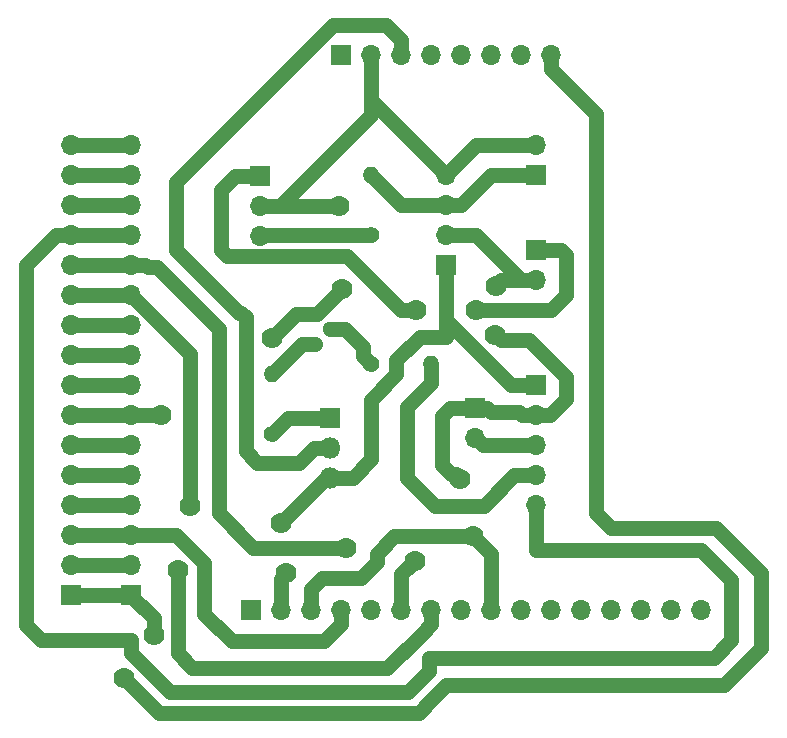
<source format=gbr>
G04 #@! TF.GenerationSoftware,KiCad,Pcbnew,5.0.0-fee4fd1~65~ubuntu17.10.1*
G04 #@! TF.CreationDate,2019-07-02T16:19:39-04:00*
G04 #@! TF.ProjectId,knuth-gateway,6B6E7574682D676174657761792E6B69,rev?*
G04 #@! TF.SameCoordinates,Original*
G04 #@! TF.FileFunction,Copper,L2,Bot,Signal*
G04 #@! TF.FilePolarity,Positive*
%FSLAX46Y46*%
G04 Gerber Fmt 4.6, Leading zero omitted, Abs format (unit mm)*
G04 Created by KiCad (PCBNEW 5.0.0-fee4fd1~65~ubuntu17.10.1) date Tue Jul  2 16:19:39 2019*
%MOMM*%
%LPD*%
G01*
G04 APERTURE LIST*
G04 #@! TA.AperFunction,ComponentPad*
%ADD10R,1.700000X1.700000*%
G04 #@! TD*
G04 #@! TA.AperFunction,ComponentPad*
%ADD11O,1.700000X1.700000*%
G04 #@! TD*
G04 #@! TA.AperFunction,ComponentPad*
%ADD12C,1.400000*%
G04 #@! TD*
G04 #@! TA.AperFunction,ComponentPad*
%ADD13O,1.400000X1.400000*%
G04 #@! TD*
G04 #@! TA.AperFunction,ComponentPad*
%ADD14C,1.300000*%
G04 #@! TD*
G04 #@! TA.AperFunction,ComponentPad*
%ADD15R,1.300000X1.300000*%
G04 #@! TD*
G04 #@! TA.AperFunction,ComponentPad*
%ADD16O,1.800000X1.800000*%
G04 #@! TD*
G04 #@! TA.AperFunction,ComponentPad*
%ADD17R,1.800000X1.800000*%
G04 #@! TD*
G04 #@! TA.AperFunction,ViaPad*
%ADD18C,1.778000*%
G04 #@! TD*
G04 #@! TA.AperFunction,Conductor*
%ADD19C,1.270000*%
G04 #@! TD*
G04 APERTURE END LIST*
D10*
G04 #@! TO.P,J_DC_6.5V+_IN1,1*
G04 #@! TO.N,Net-(J_DC_6.5V+_IN1-Pad1)*
X254000000Y-77470000D03*
D11*
G04 #@! TO.P,J_DC_6.5V+_IN1,2*
G04 #@! TO.N,GND*
X254000000Y-80010000D03*
G04 #@! TD*
G04 #@! TO.P,J_DC_6V_IN1,2*
G04 #@! TO.N,GND*
X254000000Y-68580000D03*
D10*
G04 #@! TO.P,J_DC_6V_IN1,1*
G04 #@! TO.N,Net-(J_DC_6V_IN1-Pad1)*
X254000000Y-71120000D03*
G04 #@! TD*
D12*
G04 #@! TO.P,R1,1*
G04 #@! TO.N,Net-(Q2-Pad1)*
X231590000Y-93050000D03*
D13*
G04 #@! TO.P,R1,2*
G04 #@! TO.N,Net-(Q1-Pad3)*
X231590000Y-87970000D03*
G04 #@! TD*
D12*
G04 #@! TO.P,R2,1*
G04 #@! TO.N,Net-(R2-Pad1)*
X240030000Y-76200000D03*
D13*
G04 #@! TO.P,R2,2*
G04 #@! TO.N,Net-(J_DC_6V_IN1-Pad1)*
X240030000Y-71120000D03*
G04 #@! TD*
G04 #@! TO.P,R3,2*
G04 #@! TO.N,Net-(R3-Pad2)*
X245080000Y-87080000D03*
D12*
G04 #@! TO.P,R3,1*
G04 #@! TO.N,Net-(Q1-Pad2)*
X240000000Y-87080000D03*
G04 #@! TD*
D10*
G04 #@! TO.P,R_Delay1,1*
G04 #@! TO.N,GND*
X248820000Y-90800000D03*
D11*
G04 #@! TO.P,R_Delay1,2*
G04 #@! TO.N,Net-(R_Delay1-Pad2)*
X248820000Y-93340000D03*
G04 #@! TD*
D10*
G04 #@! TO.P,U1,1*
G04 #@! TO.N,N/C*
X229870000Y-107950000D03*
D11*
G04 #@! TO.P,U1,2*
G04 #@! TO.N,+BATT*
X232410000Y-107950000D03*
G04 #@! TO.P,U1,3*
G04 #@! TO.N,GND*
X234950000Y-107950000D03*
G04 #@! TO.P,U1,4*
G04 #@! TO.N,Net-(J1-Pad3)*
X237490000Y-107950000D03*
G04 #@! TO.P,U1,5*
G04 #@! TO.N,N/C*
X240030000Y-107950000D03*
G04 #@! TO.P,U1,6*
G04 #@! TO.N,Net-(J1-Pad12)*
X242570000Y-107950000D03*
G04 #@! TO.P,U1,7*
G04 #@! TO.N,Net-(J1-Pad11)*
X245110000Y-107950000D03*
G04 #@! TO.P,U1,8*
G04 #@! TO.N,N/C*
X247650000Y-107950000D03*
G04 #@! TO.P,U1,9*
G04 #@! TO.N,GND*
X250190000Y-107950000D03*
G04 #@! TO.P,U1,10*
G04 #@! TO.N,N/C*
X252730000Y-107950000D03*
G04 #@! TO.P,U1,11*
X255270000Y-107950000D03*
G04 #@! TO.P,U1,12*
X257810000Y-107950000D03*
G04 #@! TO.P,U1,13*
X260350000Y-107950000D03*
G04 #@! TO.P,U1,14*
X262890000Y-107950000D03*
G04 #@! TO.P,U1,15*
X265430000Y-107950000D03*
G04 #@! TO.P,U1,16*
X267970000Y-107950000D03*
G04 #@! TD*
G04 #@! TO.P,U2,16*
G04 #@! TO.N,Net-(J1-Pad16)*
X219710000Y-68580000D03*
G04 #@! TO.P,U2,15*
G04 #@! TO.N,Net-(J1-Pad15)*
X219710000Y-71120000D03*
G04 #@! TO.P,U2,14*
G04 #@! TO.N,Net-(J1-Pad14)*
X219710000Y-73660000D03*
G04 #@! TO.P,U2,13*
G04 #@! TO.N,Net-(J1-Pad13)*
X219710000Y-76200000D03*
G04 #@! TO.P,U2,12*
G04 #@! TO.N,Net-(J1-Pad12)*
X219710000Y-78740000D03*
G04 #@! TO.P,U2,11*
G04 #@! TO.N,Net-(J1-Pad11)*
X219710000Y-81280000D03*
G04 #@! TO.P,U2,10*
G04 #@! TO.N,Net-(J1-Pad10)*
X219710000Y-83820000D03*
G04 #@! TO.P,U2,9*
G04 #@! TO.N,Net-(J1-Pad9)*
X219710000Y-86360000D03*
G04 #@! TO.P,U2,8*
G04 #@! TO.N,Net-(J1-Pad8)*
X219710000Y-88900000D03*
G04 #@! TO.P,U2,7*
G04 #@! TO.N,GND*
X219710000Y-91440000D03*
G04 #@! TO.P,U2,6*
G04 #@! TO.N,Net-(J1-Pad6)*
X219710000Y-93980000D03*
G04 #@! TO.P,U2,5*
G04 #@! TO.N,Net-(J1-Pad5)*
X219710000Y-96520000D03*
G04 #@! TO.P,U2,4*
G04 #@! TO.N,Net-(J1-Pad4)*
X219710000Y-99060000D03*
G04 #@! TO.P,U2,3*
G04 #@! TO.N,Net-(J1-Pad3)*
X219710000Y-101600000D03*
G04 #@! TO.P,U2,2*
G04 #@! TO.N,Net-(J1-Pad2)*
X219710000Y-104140000D03*
D10*
G04 #@! TO.P,U2,1*
G04 #@! TO.N,Net-(J1-Pad1)*
X219710000Y-106680000D03*
G04 #@! TD*
G04 #@! TO.P,U3,1*
G04 #@! TO.N,Net-(J_DC_6.5V+_IN1-Pad1)*
X230596529Y-71205865D03*
D11*
G04 #@! TO.P,U3,2*
G04 #@! TO.N,GND*
X230596529Y-73745865D03*
G04 #@! TO.P,U3,3*
G04 #@! TO.N,Net-(R2-Pad1)*
X230596529Y-76285865D03*
G04 #@! TD*
D10*
G04 #@! TO.P,U4,1*
G04 #@! TO.N,+BATT*
X254000000Y-88900000D03*
D11*
G04 #@! TO.P,U4,2*
G04 #@! TO.N,GND*
X254000000Y-91440000D03*
G04 #@! TO.P,U4,3*
G04 #@! TO.N,Net-(R_Delay1-Pad2)*
X254000000Y-93980000D03*
G04 #@! TO.P,U4,4*
G04 #@! TO.N,Net-(R3-Pad2)*
X254000000Y-96520000D03*
G04 #@! TO.P,U4,5*
G04 #@! TO.N,Net-(J1-Pad13)*
X254000000Y-99060000D03*
G04 #@! TD*
D10*
G04 #@! TO.P,U5,1*
G04 #@! TO.N,+BATT*
X246380000Y-78740000D03*
D11*
G04 #@! TO.P,U5,2*
G04 #@! TO.N,GND*
X246380000Y-76200000D03*
G04 #@! TO.P,U5,3*
G04 #@! TO.N,Net-(J_DC_6V_IN1-Pad1)*
X246380000Y-73660000D03*
G04 #@! TO.P,U5,4*
G04 #@! TO.N,GND*
X246380000Y-71120000D03*
G04 #@! TD*
D10*
G04 #@! TO.P,U7,1*
G04 #@! TO.N,N/C*
X237490000Y-60960000D03*
D11*
G04 #@! TO.P,U7,2*
G04 #@! TO.N,GND*
X240030000Y-60960000D03*
G04 #@! TO.P,U7,3*
G04 #@! TO.N,Net-(Q2-Pad2)*
X242570000Y-60960000D03*
G04 #@! TO.P,U7,4*
G04 #@! TO.N,N/C*
X245110000Y-60960000D03*
G04 #@! TO.P,U7,5*
X247650000Y-60960000D03*
G04 #@! TO.P,U7,6*
X250190000Y-60960000D03*
G04 #@! TO.P,U7,7*
X252730000Y-60960000D03*
G04 #@! TO.P,U7,8*
G04 #@! TO.N,Net-(J1-Pad1)*
X255270000Y-60960000D03*
G04 #@! TD*
D14*
G04 #@! TO.P,Q1,2*
G04 #@! TO.N,Net-(Q1-Pad2)*
X236500000Y-84120000D03*
G04 #@! TO.P,Q1,3*
G04 #@! TO.N,Net-(Q1-Pad3)*
X235230000Y-85390000D03*
D15*
G04 #@! TO.P,Q1,1*
G04 #@! TO.N,GND*
X235230000Y-82850000D03*
G04 #@! TD*
D10*
G04 #@! TO.P,J1,1*
G04 #@! TO.N,Net-(J1-Pad1)*
X214630000Y-106680000D03*
D11*
G04 #@! TO.P,J1,2*
G04 #@! TO.N,Net-(J1-Pad2)*
X214630000Y-104140000D03*
G04 #@! TO.P,J1,3*
G04 #@! TO.N,Net-(J1-Pad3)*
X214630000Y-101600000D03*
G04 #@! TO.P,J1,4*
G04 #@! TO.N,Net-(J1-Pad4)*
X214630000Y-99060000D03*
G04 #@! TO.P,J1,5*
G04 #@! TO.N,Net-(J1-Pad5)*
X214630000Y-96520000D03*
G04 #@! TO.P,J1,6*
G04 #@! TO.N,Net-(J1-Pad6)*
X214630000Y-93980000D03*
G04 #@! TO.P,J1,7*
G04 #@! TO.N,GND*
X214630000Y-91440000D03*
G04 #@! TO.P,J1,8*
G04 #@! TO.N,Net-(J1-Pad8)*
X214630000Y-88900000D03*
G04 #@! TO.P,J1,9*
G04 #@! TO.N,Net-(J1-Pad9)*
X214630000Y-86360000D03*
G04 #@! TO.P,J1,10*
G04 #@! TO.N,Net-(J1-Pad10)*
X214630000Y-83820000D03*
G04 #@! TO.P,J1,11*
G04 #@! TO.N,Net-(J1-Pad11)*
X214630000Y-81280000D03*
G04 #@! TO.P,J1,12*
G04 #@! TO.N,Net-(J1-Pad12)*
X214630000Y-78740000D03*
G04 #@! TO.P,J1,13*
G04 #@! TO.N,Net-(J1-Pad13)*
X214630000Y-76200000D03*
G04 #@! TO.P,J1,14*
G04 #@! TO.N,Net-(J1-Pad14)*
X214630000Y-73660000D03*
G04 #@! TO.P,J1,15*
G04 #@! TO.N,Net-(J1-Pad15)*
X214630000Y-71120000D03*
G04 #@! TO.P,J1,16*
G04 #@! TO.N,Net-(J1-Pad16)*
X214630000Y-68580000D03*
G04 #@! TD*
D16*
G04 #@! TO.P,Q2,3*
G04 #@! TO.N,+BATT*
X236560000Y-96760000D03*
G04 #@! TO.P,Q2,2*
G04 #@! TO.N,Net-(Q2-Pad2)*
X236560000Y-94220000D03*
D17*
G04 #@! TO.P,Q2,1*
G04 #@! TO.N,Net-(Q2-Pad1)*
X236560000Y-91680000D03*
G04 #@! TD*
D18*
G04 #@! TO.N,Net-(J_DC_6.5V+_IN1-Pad1)*
X243840000Y-82550000D03*
X248920000Y-82550000D03*
G04 #@! TO.N,GND*
X222250000Y-91440000D03*
X247570000Y-96830000D03*
X248660000Y-101680000D03*
X231590000Y-84880000D03*
X237540000Y-80730000D03*
X237270000Y-73700000D03*
X250560000Y-80480000D03*
X250520000Y-84600000D03*
G04 #@! TO.N,+BATT*
X232850000Y-104830000D03*
X232360000Y-100590000D03*
G04 #@! TO.N,Net-(J1-Pad12)*
X243700000Y-103750000D03*
X237870000Y-102640000D03*
G04 #@! TO.N,Net-(J1-Pad11)*
X223640000Y-104570000D03*
X224670000Y-99140000D03*
G04 #@! TO.N,Net-(J1-Pad1)*
X219075000Y-113665000D03*
X221620000Y-110040000D03*
G04 #@! TD*
D19*
G04 #@! TO.N,Net-(J_DC_6.5V+_IN1-Pad1)*
X228476529Y-71205865D02*
X227330000Y-72352394D01*
X230596529Y-71205865D02*
X228476529Y-71205865D01*
X227330000Y-72352394D02*
X227330000Y-77470000D01*
X237990866Y-77970866D02*
X242570000Y-82550000D01*
X227330000Y-77470000D02*
X227830866Y-77970866D01*
X227830866Y-77970866D02*
X237990866Y-77970866D01*
X242570000Y-82550000D02*
X243840000Y-82550000D01*
X256120000Y-77470000D02*
X256540000Y-77890000D01*
X254000000Y-77470000D02*
X256120000Y-77470000D01*
X256540000Y-77890000D02*
X256540000Y-79963802D01*
X256540000Y-79963802D02*
X256540000Y-81280000D01*
X256540000Y-81280000D02*
X255270000Y-82550000D01*
X255270000Y-82550000D02*
X248920000Y-82550000D01*
G04 #@! TO.N,GND*
X246380000Y-71120000D02*
X240030000Y-64770000D01*
X240030000Y-64770000D02*
X240030000Y-63500000D01*
X240030000Y-63500000D02*
X240030000Y-60960000D01*
X240030000Y-64770000D02*
X240030000Y-66040000D01*
X232324135Y-73745865D02*
X230596529Y-73745865D01*
X240030000Y-66040000D02*
X232324135Y-73745865D01*
X248920000Y-68580000D02*
X246380000Y-71120000D01*
X254000000Y-68580000D02*
X248920000Y-68580000D01*
X254000000Y-80010000D02*
X252730000Y-80010000D01*
X252730000Y-80010000D02*
X248920000Y-76200000D01*
X248920000Y-76200000D02*
X246380000Y-76200000D01*
X214630000Y-91440000D02*
X219710000Y-91440000D01*
X219710000Y-91440000D02*
X222250000Y-91440000D01*
X252797919Y-91440000D02*
X252527919Y-91170000D01*
X254000000Y-91440000D02*
X252797919Y-91440000D01*
X252527919Y-91170000D02*
X250190000Y-91170000D01*
X249820000Y-90800000D02*
X248820000Y-90800000D01*
X250190000Y-91170000D02*
X249820000Y-90800000D01*
X235230000Y-82850000D02*
X233820000Y-82850000D01*
X246700000Y-90800000D02*
X245990000Y-91510000D01*
X248820000Y-90800000D02*
X246700000Y-90800000D01*
X245990000Y-91510000D02*
X245990000Y-95680000D01*
X245990000Y-95680000D02*
X246760000Y-96450000D01*
X246760000Y-96450000D02*
X247190000Y-96450000D01*
X247190000Y-96450000D02*
X247570000Y-96830000D01*
X234950000Y-107950000D02*
X234950000Y-106120000D01*
X250190000Y-107950000D02*
X250190000Y-103210000D01*
X250190000Y-103210000D02*
X248660000Y-101680000D01*
X240490000Y-103150000D02*
X241960000Y-101680000D01*
X241960000Y-101680000D02*
X248660000Y-101680000D01*
X240490000Y-103150000D02*
X240490000Y-103860000D01*
X240490000Y-103860000D02*
X239120000Y-105230000D01*
X235840000Y-105230000D02*
X234950000Y-106120000D01*
X239120000Y-105230000D02*
X235840000Y-105230000D01*
X233820000Y-82850000D02*
X233620000Y-82850000D01*
X233620000Y-82850000D02*
X231590000Y-84880000D01*
X235230000Y-82850000D02*
X235420000Y-82850000D01*
X235420000Y-82850000D02*
X237540000Y-80730000D01*
X232324135Y-73745865D02*
X237224135Y-73745865D01*
X237224135Y-73745865D02*
X237270000Y-73700000D01*
X254000000Y-80010000D02*
X251030000Y-80010000D01*
X251030000Y-80010000D02*
X250560000Y-80480000D01*
X256540000Y-88236998D02*
X253393002Y-85090000D01*
X256540000Y-90102081D02*
X256540000Y-88236998D01*
X253393002Y-85090000D02*
X251460000Y-85090000D01*
X254000000Y-91440000D02*
X255202081Y-91440000D01*
X255202081Y-91440000D02*
X256540000Y-90102081D01*
X251460000Y-85090000D02*
X251010000Y-85090000D01*
X251010000Y-85090000D02*
X250520000Y-84600000D01*
G04 #@! TO.N,Net-(J_DC_6V_IN1-Pad1)*
X254000000Y-71120000D02*
X250190000Y-71120000D01*
X247650000Y-73660000D02*
X246380000Y-73660000D01*
X250190000Y-71120000D02*
X247650000Y-73660000D01*
X242570000Y-73660000D02*
X240030000Y-71120000D01*
X246380000Y-73660000D02*
X242570000Y-73660000D01*
G04 #@! TO.N,Net-(Q2-Pad1)*
X232960000Y-91680000D02*
X231590000Y-93050000D01*
X236560000Y-91680000D02*
X232960000Y-91680000D01*
G04 #@! TO.N,Net-(R2-Pad1)*
X230682394Y-76200000D02*
X230596529Y-76285865D01*
X240030000Y-76200000D02*
X230682394Y-76200000D01*
G04 #@! TO.N,Net-(R3-Pad2)*
X245080000Y-88690000D02*
X245080000Y-87080000D01*
X252140000Y-96520000D02*
X249540000Y-99120000D01*
X254000000Y-96520000D02*
X252140000Y-96520000D01*
X249540000Y-99120000D02*
X245390000Y-99120000D01*
X243050000Y-90720000D02*
X245080000Y-88690000D01*
X245390000Y-99120000D02*
X243050000Y-96780000D01*
X243050000Y-96780000D02*
X243050000Y-90720000D01*
G04 #@! TO.N,Net-(Q1-Pad2)*
X236500000Y-84120000D02*
X237790000Y-84120000D01*
X239300001Y-85630001D02*
X237790000Y-84120000D01*
X239300001Y-86380001D02*
X239300001Y-85630001D01*
X240000000Y-87080000D02*
X239300001Y-86380001D01*
G04 #@! TO.N,Net-(R_Delay1-Pad2)*
X249460000Y-93980000D02*
X248820000Y-93340000D01*
X254000000Y-93980000D02*
X249460000Y-93980000D01*
G04 #@! TO.N,+BATT*
X246380000Y-83400000D02*
X246380000Y-78740000D01*
X254000000Y-88900000D02*
X251880000Y-88900000D01*
X251880000Y-88900000D02*
X246380000Y-83400000D01*
X232410000Y-107950000D02*
X232410000Y-105270000D01*
X232410000Y-105270000D02*
X232850000Y-104830000D01*
X239990000Y-95130000D02*
X239230000Y-95890000D01*
X246380000Y-84821802D02*
X244118198Y-84821802D01*
X238480000Y-96760000D02*
X236560000Y-96760000D01*
X239230000Y-95890000D02*
X239230000Y-96010000D01*
X246380000Y-83400000D02*
X246380000Y-84821802D01*
X244118198Y-84821802D02*
X242140000Y-86800000D01*
X242140000Y-86800000D02*
X242140000Y-87970000D01*
X239230000Y-96010000D02*
X238480000Y-96760000D01*
X239990000Y-90120000D02*
X239990000Y-95130000D01*
X242140000Y-87970000D02*
X239990000Y-90120000D01*
X236560000Y-96760000D02*
X236190000Y-96760000D01*
X236190000Y-96760000D02*
X232360000Y-100590000D01*
G04 #@! TO.N,Net-(Q2-Pad2)*
X242570000Y-59690000D02*
X241300000Y-58420000D01*
X242570000Y-60960000D02*
X242570000Y-59690000D01*
X241300000Y-58420000D02*
X236826998Y-58420000D01*
X236826998Y-58420000D02*
X223520000Y-71726998D01*
X223520000Y-71726998D02*
X223520000Y-77470000D01*
X223520000Y-77470000D02*
X228800010Y-82750010D01*
X228800010Y-82750010D02*
X229030010Y-82750010D01*
X229030010Y-82750010D02*
X229410000Y-83130000D01*
X229410000Y-83130000D02*
X229410000Y-94480000D01*
X229410000Y-94480000D02*
X230390000Y-95460000D01*
X230390000Y-95460000D02*
X233940000Y-95460000D01*
X235180000Y-94220000D02*
X236560000Y-94220000D01*
X233940000Y-95460000D02*
X235180000Y-94220000D01*
G04 #@! TO.N,Net-(J1-Pad3)*
X214630000Y-101600000D02*
X219710000Y-101600000D01*
X219710000Y-101600000D02*
X220912081Y-101600000D01*
X237490000Y-109152081D02*
X236052081Y-110590000D01*
X237490000Y-107950000D02*
X237490000Y-109152081D01*
X236052081Y-110590000D02*
X228220000Y-110590000D01*
X228220000Y-110590000D02*
X225870000Y-108240000D01*
X225870000Y-108240000D02*
X225870000Y-103980000D01*
X223490000Y-101600000D02*
X220912081Y-101600000D01*
X225870000Y-103980000D02*
X223490000Y-101600000D01*
G04 #@! TO.N,Net-(J1-Pad12)*
X219710000Y-78740000D02*
X214630000Y-78740000D01*
X242570000Y-107950000D02*
X242570000Y-104880000D01*
X242570000Y-104880000D02*
X243700000Y-103750000D01*
X220912081Y-78740000D02*
X221092081Y-78920000D01*
X219710000Y-78740000D02*
X220912081Y-78740000D01*
X221092081Y-78920000D02*
X221890000Y-78920000D01*
X226260010Y-83290010D02*
X226310010Y-83290010D01*
X221890000Y-78920000D02*
X226260010Y-83290010D01*
X226310010Y-83290010D02*
X227120000Y-84100000D01*
X227120000Y-84100000D02*
X227120000Y-99750000D01*
X227120000Y-99750000D02*
X230010000Y-102640000D01*
X230010000Y-102640000D02*
X237870000Y-102640000D01*
G04 #@! TO.N,Net-(J1-Pad11)*
X214630000Y-81280000D02*
X219710000Y-81280000D01*
X245110000Y-109152081D02*
X244342081Y-109920000D01*
X245110000Y-107950000D02*
X245110000Y-109152081D01*
X244342081Y-109920000D02*
X244320000Y-109920000D01*
X244320000Y-109920000D02*
X241390000Y-112850000D01*
X241390000Y-112850000D02*
X225280000Y-112850000D01*
X225280000Y-112850000D02*
X224890000Y-112850000D01*
X224890000Y-112850000D02*
X223640000Y-111600000D01*
X223640000Y-111600000D02*
X223640000Y-104570000D01*
X224670000Y-86286198D02*
X224670000Y-99140000D01*
X219710000Y-81280000D02*
X224670000Y-86240000D01*
X224670000Y-86240000D02*
X224670000Y-86286198D01*
G04 #@! TO.N,Net-(J1-Pad16)*
X219710000Y-68580000D02*
X214630000Y-68580000D01*
G04 #@! TO.N,Net-(J1-Pad15)*
X214630000Y-71120000D02*
X219710000Y-71120000D01*
G04 #@! TO.N,Net-(J1-Pad14)*
X219710000Y-73660000D02*
X214630000Y-73660000D01*
G04 #@! TO.N,Net-(J1-Pad13)*
X214630000Y-76200000D02*
X219710000Y-76200000D01*
X210820000Y-78740000D02*
X213360000Y-76200000D01*
X219710000Y-110490000D02*
X212090000Y-110490000D01*
X213360000Y-76200000D02*
X214630000Y-76200000D01*
X212090000Y-110490000D02*
X210820000Y-109220000D01*
X210820000Y-109220000D02*
X210820000Y-78740000D01*
X270510000Y-105410000D02*
X270510000Y-110490000D01*
X270510000Y-110490000D02*
X269039991Y-111960009D01*
X267970000Y-102870000D02*
X270510000Y-105410000D01*
X254000000Y-99060000D02*
X254000000Y-102870000D01*
X254000000Y-102870000D02*
X267970000Y-102870000D01*
X269039991Y-111960009D02*
X244909991Y-111960009D01*
X244909991Y-111960009D02*
X244909991Y-113120009D01*
X244909991Y-113120009D02*
X243180000Y-114850000D01*
X243180000Y-114850000D02*
X222980000Y-114850000D01*
X219710000Y-111580000D02*
X219710000Y-110490000D01*
X222980000Y-114850000D02*
X219710000Y-111580000D01*
G04 #@! TO.N,Net-(J1-Pad10)*
X219710000Y-83820000D02*
X214630000Y-83820000D01*
G04 #@! TO.N,Net-(J1-Pad9)*
X214630000Y-86360000D02*
X219710000Y-86360000D01*
G04 #@! TO.N,Net-(J1-Pad8)*
X219710000Y-88900000D02*
X214630000Y-88900000D01*
G04 #@! TO.N,Net-(J1-Pad6)*
X219710000Y-93980000D02*
X214630000Y-93980000D01*
G04 #@! TO.N,Net-(J1-Pad5)*
X214630000Y-96520000D02*
X219710000Y-96520000D01*
G04 #@! TO.N,Net-(J1-Pad4)*
X219710000Y-99060000D02*
X214630000Y-99060000D01*
G04 #@! TO.N,Net-(J1-Pad2)*
X219710000Y-104140000D02*
X214630000Y-104140000D01*
G04 #@! TO.N,Net-(J1-Pad1)*
X214630000Y-106680000D02*
X219710000Y-106680000D01*
X222050000Y-116640000D02*
X220980000Y-115570000D01*
X244050000Y-116640000D02*
X222050000Y-116640000D01*
X245110000Y-115580000D02*
X244050000Y-116640000D01*
X220980000Y-115570000D02*
X219075000Y-113665000D01*
X245110000Y-115570000D02*
X245110000Y-115580000D01*
X246380000Y-114300000D02*
X245110000Y-115570000D01*
X269875000Y-114300000D02*
X246380000Y-114300000D01*
X273050000Y-111125000D02*
X269875000Y-114300000D01*
X273050000Y-104775000D02*
X273050000Y-111125000D01*
X255270000Y-62162081D02*
X259080000Y-65972081D01*
X255270000Y-60960000D02*
X255270000Y-62162081D01*
X260350000Y-100965000D02*
X269240000Y-100965000D01*
X259080000Y-65972081D02*
X259080000Y-99695000D01*
X259080000Y-99695000D02*
X260350000Y-100965000D01*
X269240000Y-100965000D02*
X273050000Y-104775000D01*
X219710000Y-106680000D02*
X219710000Y-106720000D01*
X219710000Y-106720000D02*
X221620000Y-108630000D01*
X221620000Y-108630000D02*
X221620000Y-110040000D01*
G04 #@! TO.N,Net-(Q1-Pad3)*
X234170000Y-85390000D02*
X231590000Y-87970000D01*
X235230000Y-85390000D02*
X234170000Y-85390000D01*
G04 #@! TD*
M02*

</source>
